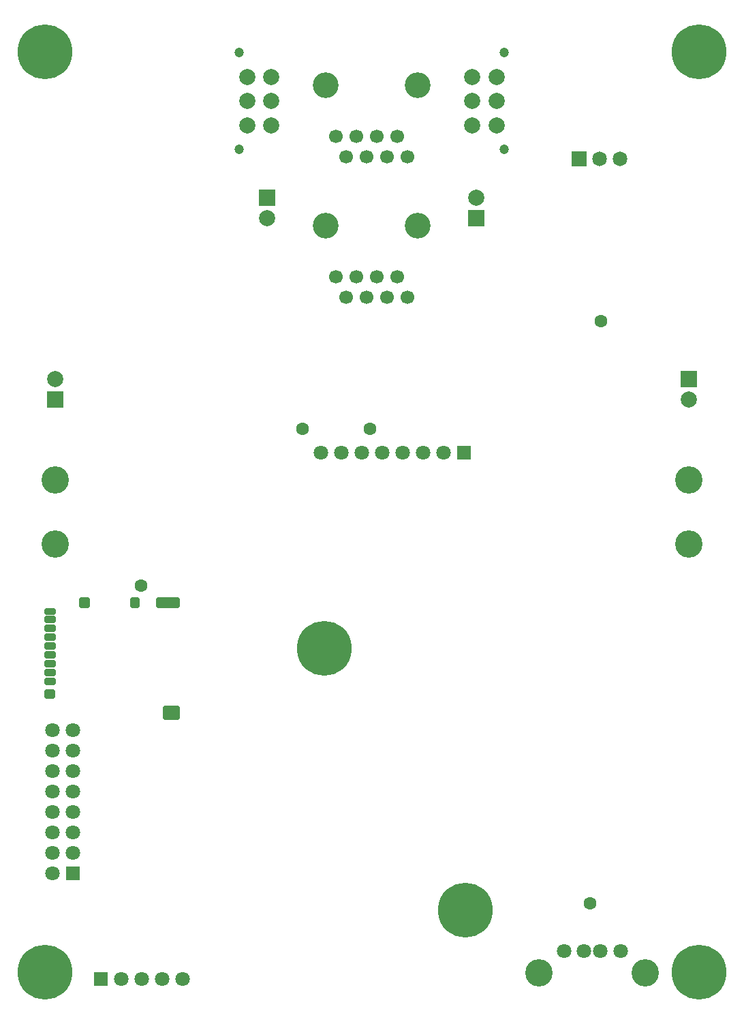
<source format=gbs>
G75*
%MOIN*%
%OFA0B0*%
%FSLAX25Y25*%
%IPPOS*%
%LPD*%
%AMOC8*
5,1,8,0,0,1.08239X$1,22.5*
%
%ADD10C,0.06693*%
%ADD11C,0.12598*%
%ADD12C,0.26772*%
%ADD13C,0.07874*%
%ADD14C,0.04724*%
%ADD15R,0.07874X0.07874*%
%ADD16R,0.07087X0.07087*%
%ADD17C,0.07087*%
%ADD18C,0.13386*%
%ADD19C,0.02243*%
%ADD20C,0.02061*%
%ADD21C,0.02025*%
%ADD22C,0.01973*%
%ADD23C,0.07087*%
%ADD24R,0.07187X0.07187*%
%ADD25C,0.07187*%
%ADD26R,0.07087X0.07087*%
%ADD27C,0.06299*%
D10*
X0317598Y0474954D03*
X0327598Y0474954D03*
X0337598Y0474954D03*
X0347598Y0474954D03*
X0342598Y0484954D03*
X0332598Y0484954D03*
X0322598Y0484954D03*
X0312598Y0484954D03*
X0317598Y0543852D03*
X0327598Y0543852D03*
X0322598Y0553852D03*
X0332598Y0553852D03*
X0337598Y0543852D03*
X0347598Y0543852D03*
X0342598Y0553852D03*
X0312598Y0553852D03*
D11*
X0307598Y0578852D03*
X0352598Y0578852D03*
X0352598Y0509954D03*
X0307598Y0509954D03*
D12*
X0170295Y0145033D03*
X0306870Y0303261D03*
X0375768Y0175309D03*
X0490295Y0145033D03*
X0490295Y0595033D03*
X0170295Y0595033D03*
D13*
X0269075Y0582789D03*
X0280886Y0582789D03*
X0280886Y0570978D03*
X0280886Y0559167D03*
X0269075Y0559167D03*
X0269075Y0570978D03*
X0278917Y0513616D03*
X0381279Y0523616D03*
X0379311Y0559167D03*
X0391122Y0559167D03*
X0391122Y0570978D03*
X0379311Y0570978D03*
X0379311Y0582789D03*
X0391122Y0582789D03*
X0485295Y0425033D03*
X0175295Y0435033D03*
D14*
X0265335Y0547356D03*
X0265335Y0594600D03*
X0394862Y0594600D03*
X0394862Y0547356D03*
D15*
X0381279Y0513616D03*
X0278917Y0523616D03*
X0175295Y0425033D03*
X0485295Y0435033D03*
D16*
X0183917Y0193458D03*
X0197500Y0141844D03*
D17*
X0207500Y0141844D03*
X0217500Y0141844D03*
X0227500Y0141844D03*
X0237500Y0141844D03*
X0173917Y0193458D03*
X0173917Y0203458D03*
X0183917Y0203458D03*
X0183917Y0213458D03*
X0173917Y0213458D03*
X0173917Y0223458D03*
X0183917Y0223458D03*
X0183917Y0233458D03*
X0173917Y0233458D03*
X0173917Y0243458D03*
X0183917Y0243458D03*
X0183917Y0253458D03*
X0173917Y0253458D03*
X0173917Y0263458D03*
X0183917Y0263458D03*
D18*
X0175295Y0354285D03*
X0175295Y0385781D03*
X0411988Y0144600D03*
X0463957Y0144600D03*
X0485295Y0354285D03*
X0485295Y0385781D03*
D19*
X0174233Y0322200D02*
X0171003Y0322200D01*
X0174233Y0322200D02*
X0174233Y0320938D01*
X0171003Y0320938D01*
X0171003Y0322200D01*
X0171003Y0318459D02*
X0174233Y0318459D01*
X0174233Y0317197D01*
X0171003Y0317197D01*
X0171003Y0318459D01*
X0171003Y0314129D02*
X0174233Y0314129D01*
X0174233Y0312867D01*
X0171003Y0312867D01*
X0171003Y0314129D01*
X0171003Y0309798D02*
X0174233Y0309798D01*
X0174233Y0308536D01*
X0171003Y0308536D01*
X0171003Y0309798D01*
X0171003Y0305467D02*
X0174233Y0305467D01*
X0174233Y0304205D01*
X0171003Y0304205D01*
X0171003Y0305467D01*
X0171003Y0301137D02*
X0174233Y0301137D01*
X0174233Y0299875D01*
X0171003Y0299875D01*
X0171003Y0301137D01*
X0171003Y0296806D02*
X0174233Y0296806D01*
X0174233Y0295544D01*
X0171003Y0295544D01*
X0171003Y0296806D01*
X0171003Y0292475D02*
X0174233Y0292475D01*
X0174233Y0291213D01*
X0171003Y0291213D01*
X0171003Y0292475D01*
X0171003Y0288144D02*
X0174233Y0288144D01*
X0174233Y0286882D01*
X0171003Y0286882D01*
X0171003Y0288144D01*
D20*
X0170912Y0282329D02*
X0174324Y0282329D01*
X0174324Y0279705D01*
X0170912Y0279705D01*
X0170912Y0282329D01*
X0170912Y0281765D02*
X0174324Y0281765D01*
X0213038Y0327408D02*
X0215662Y0327408D01*
X0215662Y0323996D01*
X0213038Y0323996D01*
X0213038Y0327408D01*
X0213038Y0326056D02*
X0215662Y0326056D01*
D21*
X0225421Y0327426D02*
X0235169Y0327426D01*
X0235169Y0323978D01*
X0225421Y0323978D01*
X0225421Y0327426D01*
X0225421Y0326002D02*
X0235169Y0326002D01*
X0191271Y0327426D02*
X0187823Y0327426D01*
X0191271Y0327426D02*
X0191271Y0323978D01*
X0187823Y0323978D01*
X0187823Y0327426D01*
X0187823Y0326002D02*
X0191271Y0326002D01*
D22*
X0235195Y0274302D02*
X0235195Y0269228D01*
X0228939Y0269228D01*
X0228939Y0274302D01*
X0235195Y0274302D01*
X0235195Y0271200D02*
X0228939Y0271200D01*
X0228939Y0273172D02*
X0235195Y0273172D01*
D23*
X0305335Y0398931D03*
X0315335Y0398931D03*
X0325335Y0398931D03*
X0335335Y0398931D03*
X0345335Y0398931D03*
X0355335Y0398931D03*
X0365335Y0398931D03*
X0424193Y0155230D03*
X0434035Y0155230D03*
X0441909Y0155230D03*
X0451752Y0155230D03*
D24*
X0431516Y0542631D03*
D25*
X0441516Y0542631D03*
X0451516Y0542631D03*
D26*
X0375335Y0398931D03*
D27*
X0329311Y0410742D03*
X0296240Y0410742D03*
X0217106Y0333970D03*
X0436791Y0178852D03*
X0442303Y0463498D03*
M02*

</source>
